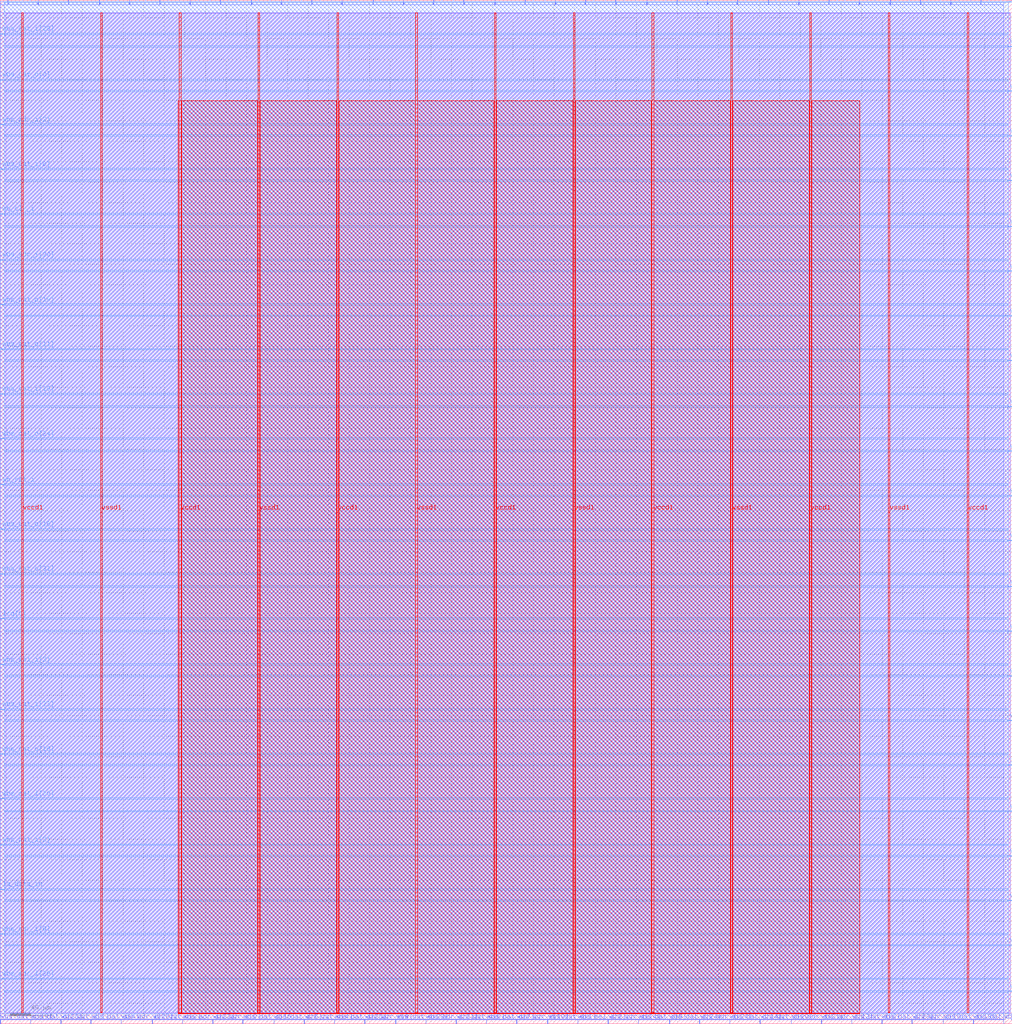
<source format=lef>
VERSION 5.7 ;
  NOWIREEXTENSIONATPIN ON ;
  DIVIDERCHAR "/" ;
  BUSBITCHARS "[]" ;
MACRO subservient_wrapped
  CLASS BLOCK ;
  FOREIGN subservient_wrapped ;
  ORIGIN 0.000 0.000 ;
  SIZE 986.560 BY 997.280 ;
  PIN io_oeb
    DIRECTION OUTPUT TRISTATE ;
    USE SIGNAL ;
    PORT
      LAYER met3 ;
        RECT 982.560 251.640 986.560 252.240 ;
    END
  END io_oeb
  PIN io_out
    DIRECTION OUTPUT TRISTATE ;
    USE SIGNAL ;
    PORT
      LAYER met2 ;
        RECT 451.810 993.280 452.090 997.280 ;
    END
  END io_out
  PIN irq[0]
    DIRECTION OUTPUT TRISTATE ;
    USE SIGNAL ;
    PORT
      LAYER met3 ;
        RECT 0.000 394.440 4.000 395.040 ;
    END
  END irq[0]
  PIN irq[1]
    DIRECTION OUTPUT TRISTATE ;
    USE SIGNAL ;
    PORT
      LAYER met2 ;
        RECT 659.730 993.280 660.010 997.280 ;
    END
  END irq[1]
  PIN irq[2]
    DIRECTION OUTPUT TRISTATE ;
    USE SIGNAL ;
    PORT
      LAYER met2 ;
        RECT 7.450 993.280 7.730 997.280 ;
    END
  END irq[2]
  PIN la_data_in
    DIRECTION INPUT ;
    USE SIGNAL ;
    PORT
      LAYER met3 ;
        RECT 0.000 130.600 4.000 131.200 ;
    END
  END la_data_in
  PIN vccd1
    DIRECTION INPUT ;
    USE POWER ;
    PORT
      LAYER met4 ;
        RECT 21.040 10.640 22.640 984.880 ;
    END
    PORT
      LAYER met4 ;
        RECT 174.640 10.640 176.240 984.880 ;
    END
    PORT
      LAYER met4 ;
        RECT 328.240 10.640 329.840 984.880 ;
    END
    PORT
      LAYER met4 ;
        RECT 481.840 10.640 483.440 984.880 ;
    END
    PORT
      LAYER met4 ;
        RECT 635.440 10.640 637.040 984.880 ;
    END
    PORT
      LAYER met4 ;
        RECT 789.040 10.640 790.640 984.880 ;
    END
    PORT
      LAYER met4 ;
        RECT 942.640 10.640 944.240 984.880 ;
    END
  END vccd1
  PIN vssd1
    DIRECTION INPUT ;
    USE GROUND ;
    PORT
      LAYER met4 ;
        RECT 97.840 10.640 99.440 984.880 ;
    END
    PORT
      LAYER met4 ;
        RECT 251.440 10.640 253.040 984.880 ;
    END
    PORT
      LAYER met4 ;
        RECT 405.040 10.640 406.640 984.880 ;
    END
    PORT
      LAYER met4 ;
        RECT 558.640 10.640 560.240 984.880 ;
    END
    PORT
      LAYER met4 ;
        RECT 712.240 10.640 713.840 984.880 ;
    END
    PORT
      LAYER met4 ;
        RECT 865.840 10.640 867.440 984.880 ;
    END
  END vssd1
  PIN wb_clk_i
    DIRECTION INPUT ;
    USE SIGNAL ;
    PORT
      LAYER met3 ;
        RECT 0.000 788.840 4.000 789.440 ;
    END
  END wb_clk_i
  PIN wb_rst_i
    DIRECTION INPUT ;
    USE SIGNAL ;
    PORT
      LAYER met3 ;
        RECT 0.000 525.000 4.000 525.600 ;
    END
  END wb_rst_i
  PIN wbs_ack_o
    DIRECTION OUTPUT TRISTATE ;
    USE SIGNAL ;
    PORT
      LAYER met2 ;
        RECT 422.370 993.280 422.650 997.280 ;
    END
  END wbs_ack_o
  PIN wbs_adr_i[0]
    DIRECTION INPUT ;
    USE SIGNAL ;
    PORT
      LAYER met2 ;
        RECT 207.090 0.000 207.370 4.000 ;
    END
  END wbs_adr_i[0]
  PIN wbs_adr_i[10]
    DIRECTION INPUT ;
    USE SIGNAL ;
    PORT
      LAYER met2 ;
        RECT 503.330 0.000 503.610 4.000 ;
    END
  END wbs_adr_i[10]
  PIN wbs_adr_i[11]
    DIRECTION INPUT ;
    USE SIGNAL ;
    PORT
      LAYER met2 ;
        RECT 897.090 993.280 897.370 997.280 ;
    END
  END wbs_adr_i[11]
  PIN wbs_adr_i[12]
    DIRECTION INPUT ;
    USE SIGNAL ;
    PORT
      LAYER met2 ;
        RECT 800.490 0.000 800.770 4.000 ;
    END
  END wbs_adr_i[12]
  PIN wbs_adr_i[13]
    DIRECTION INPUT ;
    USE SIGNAL ;
    PORT
      LAYER met3 ;
        RECT 982.560 865.000 986.560 865.600 ;
    END
  END wbs_adr_i[13]
  PIN wbs_adr_i[14]
    DIRECTION INPUT ;
    USE SIGNAL ;
    PORT
      LAYER met2 ;
        RECT 592.570 0.000 592.850 4.000 ;
    END
  END wbs_adr_i[14]
  PIN wbs_adr_i[15]
    DIRECTION INPUT ;
    USE SIGNAL ;
    PORT
      LAYER met2 ;
        RECT 888.810 0.000 889.090 4.000 ;
    END
  END wbs_adr_i[15]
  PIN wbs_adr_i[16]
    DIRECTION INPUT ;
    USE SIGNAL ;
    PORT
      LAYER met3 ;
        RECT 982.560 776.600 986.560 777.200 ;
    END
  END wbs_adr_i[16]
  PIN wbs_adr_i[17]
    DIRECTION INPUT ;
    USE SIGNAL ;
    PORT
      LAYER met2 ;
        RECT 570.490 993.280 570.770 997.280 ;
    END
  END wbs_adr_i[17]
  PIN wbs_adr_i[18]
    DIRECTION INPUT ;
    USE SIGNAL ;
    PORT
      LAYER met2 ;
        RECT 274.250 993.280 274.530 997.280 ;
    END
  END wbs_adr_i[18]
  PIN wbs_adr_i[19]
    DIRECTION INPUT ;
    USE SIGNAL ;
    PORT
      LAYER met3 ;
        RECT 982.560 908.520 986.560 909.120 ;
    END
  END wbs_adr_i[19]
  PIN wbs_adr_i[1]
    DIRECTION INPUT ;
    USE SIGNAL ;
    PORT
      LAYER met2 ;
        RECT 363.490 993.280 363.770 997.280 ;
    END
  END wbs_adr_i[1]
  PIN wbs_adr_i[20]
    DIRECTION INPUT ;
    USE SIGNAL ;
    PORT
      LAYER met3 ;
        RECT 0.000 743.960 4.000 744.560 ;
    END
  END wbs_adr_i[20]
  PIN wbs_adr_i[21]
    DIRECTION INPUT ;
    USE SIGNAL ;
    PORT
      LAYER met2 ;
        RECT 771.050 0.000 771.330 4.000 ;
    END
  END wbs_adr_i[21]
  PIN wbs_adr_i[22]
    DIRECTION INPUT ;
    USE SIGNAL ;
    PORT
      LAYER met2 ;
        RECT 177.650 0.000 177.930 4.000 ;
    END
  END wbs_adr_i[22]
  PIN wbs_adr_i[23]
    DIRECTION INPUT ;
    USE SIGNAL ;
    PORT
      LAYER met2 ;
        RECT 599.930 993.280 600.210 997.280 ;
    END
  END wbs_adr_i[23]
  PIN wbs_adr_i[24]
    DIRECTION INPUT ;
    USE SIGNAL ;
    PORT
      LAYER met2 ;
        RECT 681.810 0.000 682.090 4.000 ;
    END
  END wbs_adr_i[24]
  PIN wbs_adr_i[25]
    DIRECTION INPUT ;
    USE SIGNAL ;
    PORT
      LAYER met2 ;
        RECT 117.850 0.000 118.130 4.000 ;
    END
  END wbs_adr_i[25]
  PIN wbs_adr_i[26]
    DIRECTION INPUT ;
    USE SIGNAL ;
    PORT
      LAYER met2 ;
        RECT 511.610 993.280 511.890 997.280 ;
    END
  END wbs_adr_i[26]
  PIN wbs_adr_i[27]
    DIRECTION INPUT ;
    USE SIGNAL ;
    PORT
      LAYER met3 ;
        RECT 982.560 76.200 986.560 76.800 ;
    END
  END wbs_adr_i[27]
  PIN wbs_adr_i[28]
    DIRECTION INPUT ;
    USE SIGNAL ;
    PORT
      LAYER met3 ;
        RECT 0.000 43.560 4.000 44.160 ;
    END
  END wbs_adr_i[28]
  PIN wbs_adr_i[29]
    DIRECTION INPUT ;
    USE SIGNAL ;
    PORT
      LAYER met2 ;
        RECT 126.130 993.280 126.410 997.280 ;
    END
  END wbs_adr_i[29]
  PIN wbs_adr_i[2]
    DIRECTION INPUT ;
    USE SIGNAL ;
    PORT
      LAYER met3 ;
        RECT 0.000 875.880 4.000 876.480 ;
    END
  END wbs_adr_i[2]
  PIN wbs_adr_i[30]
    DIRECTION INPUT ;
    USE SIGNAL ;
    PORT
      LAYER met2 ;
        RECT 837.290 993.280 837.570 997.280 ;
    END
  END wbs_adr_i[30]
  PIN wbs_adr_i[31]
    DIRECTION INPUT ;
    USE SIGNAL ;
    PORT
      LAYER met2 ;
        RECT 415.010 0.000 415.290 4.000 ;
    END
  END wbs_adr_i[31]
  PIN wbs_adr_i[3]
    DIRECTION INPUT ;
    USE SIGNAL ;
    PORT
      LAYER met3 ;
        RECT 982.560 119.720 986.560 120.320 ;
    END
  END wbs_adr_i[3]
  PIN wbs_adr_i[4]
    DIRECTION INPUT ;
    USE SIGNAL ;
    PORT
      LAYER met3 ;
        RECT 982.560 821.480 986.560 822.080 ;
    END
  END wbs_adr_i[4]
  PIN wbs_adr_i[5]
    DIRECTION INPUT ;
    USE SIGNAL ;
    PORT
      LAYER met3 ;
        RECT 982.560 689.560 986.560 690.160 ;
    END
  END wbs_adr_i[5]
  PIN wbs_adr_i[6]
    DIRECTION INPUT ;
    USE SIGNAL ;
    PORT
      LAYER met3 ;
        RECT 982.560 601.160 986.560 601.760 ;
    END
  END wbs_adr_i[6]
  PIN wbs_adr_i[7]
    DIRECTION INPUT ;
    USE SIGNAL ;
    PORT
      LAYER met3 ;
        RECT 982.560 557.640 986.560 558.240 ;
    END
  END wbs_adr_i[7]
  PIN wbs_adr_i[8]
    DIRECTION INPUT ;
    USE SIGNAL ;
    PORT
      LAYER met2 ;
        RECT 355.210 0.000 355.490 4.000 ;
    END
  END wbs_adr_i[8]
  PIN wbs_adr_i[9]
    DIRECTION INPUT ;
    USE SIGNAL ;
    PORT
      LAYER met3 ;
        RECT 0.000 87.080 4.000 87.680 ;
    END
  END wbs_adr_i[9]
  PIN wbs_cyc_i
    DIRECTION INPUT ;
    USE SIGNAL ;
    PORT
      LAYER met3 ;
        RECT 982.560 952.040 986.560 952.640 ;
    END
  END wbs_cyc_i
  PIN wbs_dat_i[0]
    DIRECTION INPUT ;
    USE SIGNAL ;
    PORT
      LAYER met3 ;
        RECT 0.000 832.360 4.000 832.960 ;
    END
  END wbs_dat_i[0]
  PIN wbs_dat_i[10]
    DIRECTION INPUT ;
    USE SIGNAL ;
    PORT
      LAYER met2 ;
        RECT 541.050 993.280 541.330 997.280 ;
    END
  END wbs_dat_i[10]
  PIN wbs_dat_i[11]
    DIRECTION INPUT ;
    USE SIGNAL ;
    PORT
      LAYER met3 ;
        RECT 982.560 382.200 986.560 382.800 ;
    END
  END wbs_dat_i[11]
  PIN wbs_dat_i[12]
    DIRECTION INPUT ;
    USE SIGNAL ;
    PORT
      LAYER met3 ;
        RECT 982.560 425.720 986.560 426.320 ;
    END
  END wbs_dat_i[12]
  PIN wbs_dat_i[13]
    DIRECTION INPUT ;
    USE SIGNAL ;
    PORT
      LAYER met2 ;
        RECT 392.930 993.280 393.210 997.280 ;
    END
  END wbs_dat_i[13]
  PIN wbs_dat_i[14]
    DIRECTION INPUT ;
    USE SIGNAL ;
    PORT
      LAYER met2 ;
        RECT 630.290 993.280 630.570 997.280 ;
    END
  END wbs_dat_i[14]
  PIN wbs_dat_i[15]
    DIRECTION INPUT ;
    USE SIGNAL ;
    PORT
      LAYER met2 ;
        RECT 926.530 993.280 926.810 997.280 ;
    END
  END wbs_dat_i[15]
  PIN wbs_dat_i[16]
    DIRECTION INPUT ;
    USE SIGNAL ;
    PORT
      LAYER met2 ;
        RECT 236.530 0.000 236.810 4.000 ;
    END
  END wbs_dat_i[16]
  PIN wbs_dat_i[17]
    DIRECTION INPUT ;
    USE SIGNAL ;
    PORT
      LAYER met3 ;
        RECT 982.560 31.320 986.560 31.920 ;
    END
  END wbs_dat_i[17]
  PIN wbs_dat_i[18]
    DIRECTION INPUT ;
    USE SIGNAL ;
    PORT
      LAYER met2 ;
        RECT 919.170 0.000 919.450 4.000 ;
    END
  END wbs_dat_i[18]
  PIN wbs_dat_i[19]
    DIRECTION INPUT ;
    USE SIGNAL ;
    PORT
      LAYER met3 ;
        RECT 0.000 613.400 4.000 614.000 ;
    END
  END wbs_dat_i[19]
  PIN wbs_dat_i[1]
    DIRECTION INPUT ;
    USE SIGNAL ;
    PORT
      LAYER met2 ;
        RECT 58.970 0.000 59.250 4.000 ;
    END
  END wbs_dat_i[1]
  PIN wbs_dat_i[20]
    DIRECTION INPUT ;
    USE SIGNAL ;
    PORT
      LAYER met2 ;
        RECT 740.690 0.000 740.970 4.000 ;
    END
  END wbs_dat_i[20]
  PIN wbs_dat_i[21]
    DIRECTION INPUT ;
    USE SIGNAL ;
    PORT
      LAYER met2 ;
        RECT 978.050 0.000 978.330 4.000 ;
    END
  END wbs_dat_i[21]
  PIN wbs_dat_i[22]
    DIRECTION INPUT ;
    USE SIGNAL ;
    PORT
      LAYER met3 ;
        RECT 982.560 995.560 986.560 996.160 ;
    END
  END wbs_dat_i[22]
  PIN wbs_dat_i[23]
    DIRECTION INPUT ;
    USE SIGNAL ;
    PORT
      LAYER met3 ;
        RECT 0.000 306.040 4.000 306.640 ;
    END
  END wbs_dat_i[23]
  PIN wbs_dat_i[24]
    DIRECTION INPUT ;
    USE SIGNAL ;
    PORT
      LAYER met2 ;
        RECT 652.370 0.000 652.650 4.000 ;
    END
  END wbs_dat_i[24]
  PIN wbs_dat_i[25]
    DIRECTION INPUT ;
    USE SIGNAL ;
    PORT
      LAYER met2 ;
        RECT 325.770 0.000 326.050 4.000 ;
    END
  END wbs_dat_i[25]
  PIN wbs_dat_i[26]
    DIRECTION INPUT ;
    USE SIGNAL ;
    PORT
      LAYER met3 ;
        RECT 982.560 163.240 986.560 163.840 ;
    END
  END wbs_dat_i[26]
  PIN wbs_dat_i[27]
    DIRECTION INPUT ;
    USE SIGNAL ;
    PORT
      LAYER met2 ;
        RECT 333.130 993.280 333.410 997.280 ;
    END
  END wbs_dat_i[27]
  PIN wbs_dat_i[28]
    DIRECTION INPUT ;
    USE SIGNAL ;
    PORT
      LAYER met3 ;
        RECT 0.000 964.280 4.000 964.880 ;
    END
  END wbs_dat_i[28]
  PIN wbs_dat_i[29]
    DIRECTION INPUT ;
    USE SIGNAL ;
    PORT
      LAYER met2 ;
        RECT 859.370 0.000 859.650 4.000 ;
    END
  END wbs_dat_i[29]
  PIN wbs_dat_i[2]
    DIRECTION INPUT ;
    USE SIGNAL ;
    PORT
      LAYER met2 ;
        RECT 96.690 993.280 96.970 997.280 ;
    END
  END wbs_dat_i[2]
  PIN wbs_dat_i[30]
    DIRECTION INPUT ;
    USE SIGNAL ;
    PORT
      LAYER met3 ;
        RECT 0.000 219.000 4.000 219.600 ;
    END
  END wbs_dat_i[30]
  PIN wbs_dat_i[31]
    DIRECTION INPUT ;
    USE SIGNAL ;
    PORT
      LAYER met2 ;
        RECT 718.610 993.280 718.890 997.280 ;
    END
  END wbs_dat_i[31]
  PIN wbs_dat_i[3]
    DIRECTION INPUT ;
    USE SIGNAL ;
    PORT
      LAYER met3 ;
        RECT 0.000 174.120 4.000 174.720 ;
    END
  END wbs_dat_i[3]
  PIN wbs_dat_i[4]
    DIRECTION INPUT ;
    USE SIGNAL ;
    PORT
      LAYER met2 ;
        RECT 88.410 0.000 88.690 4.000 ;
    END
  END wbs_dat_i[4]
  PIN wbs_dat_i[5]
    DIRECTION INPUT ;
    USE SIGNAL ;
    PORT
      LAYER met2 ;
        RECT 266.890 0.000 267.170 4.000 ;
    END
  END wbs_dat_i[5]
  PIN wbs_dat_i[6]
    DIRECTION INPUT ;
    USE SIGNAL ;
    PORT
      LAYER met2 ;
        RECT 829.930 0.000 830.210 4.000 ;
    END
  END wbs_dat_i[6]
  PIN wbs_dat_i[7]
    DIRECTION INPUT ;
    USE SIGNAL ;
    PORT
      LAYER met3 ;
        RECT 982.560 470.600 986.560 471.200 ;
    END
  END wbs_dat_i[7]
  PIN wbs_dat_i[8]
    DIRECTION INPUT ;
    USE SIGNAL ;
    PORT
      LAYER met3 ;
        RECT 982.560 206.760 986.560 207.360 ;
    END
  END wbs_dat_i[8]
  PIN wbs_dat_i[9]
    DIRECTION INPUT ;
    USE SIGNAL ;
    PORT
      LAYER met2 ;
        RECT 622.010 0.000 622.290 4.000 ;
    END
  END wbs_dat_i[9]
  PIN wbs_dat_o[0]
    DIRECTION OUTPUT TRISTATE ;
    USE SIGNAL ;
    PORT
      LAYER met3 ;
        RECT 0.000 919.400 4.000 920.000 ;
    END
  END wbs_dat_o[0]
  PIN wbs_dat_o[10]
    DIRECTION OUTPUT TRISTATE ;
    USE SIGNAL ;
    PORT
      LAYER met3 ;
        RECT 0.000 700.440 4.000 701.040 ;
    END
  END wbs_dat_o[10]
  PIN wbs_dat_o[11]
    DIRECTION OUTPUT TRISTATE ;
    USE SIGNAL ;
    PORT
      LAYER met3 ;
        RECT 0.000 656.920 4.000 657.520 ;
    END
  END wbs_dat_o[11]
  PIN wbs_dat_o[12]
    DIRECTION OUTPUT TRISTATE ;
    USE SIGNAL ;
    PORT
      LAYER met3 ;
        RECT 982.560 295.160 986.560 295.760 ;
    END
  END wbs_dat_o[12]
  PIN wbs_dat_o[13]
    DIRECTION OUTPUT TRISTATE ;
    USE SIGNAL ;
    PORT
      LAYER met3 ;
        RECT 982.560 646.040 986.560 646.640 ;
    END
  END wbs_dat_o[13]
  PIN wbs_dat_o[14]
    DIRECTION OUTPUT TRISTATE ;
    USE SIGNAL ;
    PORT
      LAYER met2 ;
        RECT 711.250 0.000 711.530 4.000 ;
    END
  END wbs_dat_o[14]
  PIN wbs_dat_o[15]
    DIRECTION OUTPUT TRISTATE ;
    USE SIGNAL ;
    PORT
      LAYER met3 ;
        RECT 982.560 733.080 986.560 733.680 ;
    END
  END wbs_dat_o[15]
  PIN wbs_dat_o[16]
    DIRECTION OUTPUT TRISTATE ;
    USE SIGNAL ;
    PORT
      LAYER met3 ;
        RECT 0.000 262.520 4.000 263.120 ;
    END
  END wbs_dat_o[16]
  PIN wbs_dat_o[17]
    DIRECTION OUTPUT TRISTATE ;
    USE SIGNAL ;
    PORT
      LAYER met2 ;
        RECT 214.450 993.280 214.730 997.280 ;
    END
  END wbs_dat_o[17]
  PIN wbs_dat_o[18]
    DIRECTION OUTPUT TRISTATE ;
    USE SIGNAL ;
    PORT
      LAYER met3 ;
        RECT 0.000 481.480 4.000 482.080 ;
    END
  END wbs_dat_o[18]
  PIN wbs_dat_o[19]
    DIRECTION OUTPUT TRISTATE ;
    USE SIGNAL ;
    PORT
      LAYER met2 ;
        RECT 0.090 0.000 0.370 4.000 ;
    END
  END wbs_dat_o[19]
  PIN wbs_dat_o[1]
    DIRECTION OUTPUT TRISTATE ;
    USE SIGNAL ;
    PORT
      LAYER met2 ;
        RECT 533.690 0.000 533.970 4.000 ;
    END
  END wbs_dat_o[1]
  PIN wbs_dat_o[20]
    DIRECTION OUTPUT TRISTATE ;
    USE SIGNAL ;
    PORT
      LAYER met2 ;
        RECT 244.810 993.280 245.090 997.280 ;
    END
  END wbs_dat_o[20]
  PIN wbs_dat_o[21]
    DIRECTION OUTPUT TRISTATE ;
    USE SIGNAL ;
    PORT
      LAYER met2 ;
        RECT 482.170 993.280 482.450 997.280 ;
    END
  END wbs_dat_o[21]
  PIN wbs_dat_o[22]
    DIRECTION OUTPUT TRISTATE ;
    USE SIGNAL ;
    PORT
      LAYER met2 ;
        RECT 748.970 993.280 749.250 997.280 ;
    END
  END wbs_dat_o[22]
  PIN wbs_dat_o[23]
    DIRECTION OUTPUT TRISTATE ;
    USE SIGNAL ;
    PORT
      LAYER met2 ;
        RECT 66.330 993.280 66.610 997.280 ;
    END
  END wbs_dat_o[23]
  PIN wbs_dat_o[24]
    DIRECTION OUTPUT TRISTATE ;
    USE SIGNAL ;
    PORT
      LAYER met3 ;
        RECT 0.000 569.880 4.000 570.480 ;
    END
  END wbs_dat_o[24]
  PIN wbs_dat_o[25]
    DIRECTION OUTPUT TRISTATE ;
    USE SIGNAL ;
    PORT
      LAYER met2 ;
        RECT 29.530 0.000 29.810 4.000 ;
    END
  END wbs_dat_o[25]
  PIN wbs_dat_o[26]
    DIRECTION OUTPUT TRISTATE ;
    USE SIGNAL ;
    PORT
      LAYER met2 ;
        RECT 867.650 993.280 867.930 997.280 ;
    END
  END wbs_dat_o[26]
  PIN wbs_dat_o[27]
    DIRECTION OUTPUT TRISTATE ;
    USE SIGNAL ;
    PORT
      LAYER met2 ;
        RECT 689.170 993.280 689.450 997.280 ;
    END
  END wbs_dat_o[27]
  PIN wbs_dat_o[28]
    DIRECTION OUTPUT TRISTATE ;
    USE SIGNAL ;
    PORT
      LAYER met2 ;
        RECT 385.570 0.000 385.850 4.000 ;
    END
  END wbs_dat_o[28]
  PIN wbs_dat_o[29]
    DIRECTION OUTPUT TRISTATE ;
    USE SIGNAL ;
    PORT
      LAYER met2 ;
        RECT 955.970 993.280 956.250 997.280 ;
    END
  END wbs_dat_o[29]
  PIN wbs_dat_o[2]
    DIRECTION OUTPUT TRISTATE ;
    USE SIGNAL ;
    PORT
      LAYER met2 ;
        RECT 948.610 0.000 948.890 4.000 ;
    END
  END wbs_dat_o[2]
  PIN wbs_dat_o[30]
    DIRECTION OUTPUT TRISTATE ;
    USE SIGNAL ;
    PORT
      LAYER met2 ;
        RECT 155.570 993.280 155.850 997.280 ;
    END
  END wbs_dat_o[30]
  PIN wbs_dat_o[31]
    DIRECTION OUTPUT TRISTATE ;
    USE SIGNAL ;
    PORT
      LAYER met3 ;
        RECT 0.000 437.960 4.000 438.560 ;
    END
  END wbs_dat_o[31]
  PIN wbs_dat_o[3]
    DIRECTION OUTPUT TRISTATE ;
    USE SIGNAL ;
    PORT
      LAYER met2 ;
        RECT 148.210 0.000 148.490 4.000 ;
    END
  END wbs_dat_o[3]
  PIN wbs_dat_o[4]
    DIRECTION OUTPUT TRISTATE ;
    USE SIGNAL ;
    PORT
      LAYER met2 ;
        RECT 296.330 0.000 296.610 4.000 ;
    END
  END wbs_dat_o[4]
  PIN wbs_dat_o[5]
    DIRECTION OUTPUT TRISTATE ;
    USE SIGNAL ;
    PORT
      LAYER met2 ;
        RECT 444.450 0.000 444.730 4.000 ;
    END
  END wbs_dat_o[5]
  PIN wbs_dat_o[6]
    DIRECTION OUTPUT TRISTATE ;
    USE SIGNAL ;
    PORT
      LAYER met3 ;
        RECT 982.560 514.120 986.560 514.720 ;
    END
  END wbs_dat_o[6]
  PIN wbs_dat_o[7]
    DIRECTION OUTPUT TRISTATE ;
    USE SIGNAL ;
    PORT
      LAYER met2 ;
        RECT 473.890 0.000 474.170 4.000 ;
    END
  END wbs_dat_o[7]
  PIN wbs_dat_o[8]
    DIRECTION OUTPUT TRISTATE ;
    USE SIGNAL ;
    PORT
      LAYER met2 ;
        RECT 807.850 993.280 808.130 997.280 ;
    END
  END wbs_dat_o[8]
  PIN wbs_dat_o[9]
    DIRECTION OUTPUT TRISTATE ;
    USE SIGNAL ;
    PORT
      LAYER met2 ;
        RECT 778.410 993.280 778.690 997.280 ;
    END
  END wbs_dat_o[9]
  PIN wbs_sel_i[0]
    DIRECTION INPUT ;
    USE SIGNAL ;
    PORT
      LAYER met2 ;
        RECT 185.010 993.280 185.290 997.280 ;
    END
  END wbs_sel_i[0]
  PIN wbs_sel_i[1]
    DIRECTION INPUT ;
    USE SIGNAL ;
    PORT
      LAYER met2 ;
        RECT 303.690 993.280 303.970 997.280 ;
    END
  END wbs_sel_i[1]
  PIN wbs_sel_i[2]
    DIRECTION INPUT ;
    USE SIGNAL ;
    PORT
      LAYER met2 ;
        RECT 563.130 0.000 563.410 4.000 ;
    END
  END wbs_sel_i[2]
  PIN wbs_sel_i[3]
    DIRECTION INPUT ;
    USE SIGNAL ;
    PORT
      LAYER met3 ;
        RECT 0.000 349.560 4.000 350.160 ;
    END
  END wbs_sel_i[3]
  PIN wbs_stb_i
    DIRECTION INPUT ;
    USE SIGNAL ;
    PORT
      LAYER met2 ;
        RECT 36.890 993.280 37.170 997.280 ;
    END
  END wbs_stb_i
  PIN wbs_we_i
    DIRECTION INPUT ;
    USE SIGNAL ;
    PORT
      LAYER met3 ;
        RECT 982.560 338.680 986.560 339.280 ;
    END
  END wbs_we_i
  OBS
      LAYER li1 ;
        RECT 5.520 10.795 984.715 984.725 ;
      LAYER met1 ;
        RECT 0.070 9.900 984.775 984.880 ;
      LAYER met2 ;
        RECT 0.100 993.000 7.170 996.045 ;
        RECT 8.010 993.000 36.610 996.045 ;
        RECT 37.450 993.000 66.050 996.045 ;
        RECT 66.890 993.000 96.410 996.045 ;
        RECT 97.250 993.000 125.850 996.045 ;
        RECT 126.690 993.000 155.290 996.045 ;
        RECT 156.130 993.000 184.730 996.045 ;
        RECT 185.570 993.000 214.170 996.045 ;
        RECT 215.010 993.000 244.530 996.045 ;
        RECT 245.370 993.000 273.970 996.045 ;
        RECT 274.810 993.000 303.410 996.045 ;
        RECT 304.250 993.000 332.850 996.045 ;
        RECT 333.690 993.000 363.210 996.045 ;
        RECT 364.050 993.000 392.650 996.045 ;
        RECT 393.490 993.000 422.090 996.045 ;
        RECT 422.930 993.000 451.530 996.045 ;
        RECT 452.370 993.000 481.890 996.045 ;
        RECT 482.730 993.000 511.330 996.045 ;
        RECT 512.170 993.000 540.770 996.045 ;
        RECT 541.610 993.000 570.210 996.045 ;
        RECT 571.050 993.000 599.650 996.045 ;
        RECT 600.490 993.000 630.010 996.045 ;
        RECT 630.850 993.000 659.450 996.045 ;
        RECT 660.290 993.000 688.890 996.045 ;
        RECT 689.730 993.000 718.330 996.045 ;
        RECT 719.170 993.000 748.690 996.045 ;
        RECT 749.530 993.000 778.130 996.045 ;
        RECT 778.970 993.000 807.570 996.045 ;
        RECT 808.410 993.000 837.010 996.045 ;
        RECT 837.850 993.000 867.370 996.045 ;
        RECT 868.210 993.000 896.810 996.045 ;
        RECT 897.650 993.000 926.250 996.045 ;
        RECT 927.090 993.000 955.690 996.045 ;
        RECT 956.530 993.000 978.320 996.045 ;
        RECT 0.100 4.280 978.320 993.000 ;
        RECT 0.650 4.000 29.250 4.280 ;
        RECT 30.090 4.000 58.690 4.280 ;
        RECT 59.530 4.000 88.130 4.280 ;
        RECT 88.970 4.000 117.570 4.280 ;
        RECT 118.410 4.000 147.930 4.280 ;
        RECT 148.770 4.000 177.370 4.280 ;
        RECT 178.210 4.000 206.810 4.280 ;
        RECT 207.650 4.000 236.250 4.280 ;
        RECT 237.090 4.000 266.610 4.280 ;
        RECT 267.450 4.000 296.050 4.280 ;
        RECT 296.890 4.000 325.490 4.280 ;
        RECT 326.330 4.000 354.930 4.280 ;
        RECT 355.770 4.000 385.290 4.280 ;
        RECT 386.130 4.000 414.730 4.280 ;
        RECT 415.570 4.000 444.170 4.280 ;
        RECT 445.010 4.000 473.610 4.280 ;
        RECT 474.450 4.000 503.050 4.280 ;
        RECT 503.890 4.000 533.410 4.280 ;
        RECT 534.250 4.000 562.850 4.280 ;
        RECT 563.690 4.000 592.290 4.280 ;
        RECT 593.130 4.000 621.730 4.280 ;
        RECT 622.570 4.000 652.090 4.280 ;
        RECT 652.930 4.000 681.530 4.280 ;
        RECT 682.370 4.000 710.970 4.280 ;
        RECT 711.810 4.000 740.410 4.280 ;
        RECT 741.250 4.000 770.770 4.280 ;
        RECT 771.610 4.000 800.210 4.280 ;
        RECT 801.050 4.000 829.650 4.280 ;
        RECT 830.490 4.000 859.090 4.280 ;
        RECT 859.930 4.000 888.530 4.280 ;
        RECT 889.370 4.000 918.890 4.280 ;
        RECT 919.730 4.000 948.330 4.280 ;
        RECT 949.170 4.000 977.770 4.280 ;
      LAYER met3 ;
        RECT 4.000 995.160 982.160 996.025 ;
        RECT 4.000 965.280 982.560 995.160 ;
        RECT 4.400 963.880 982.560 965.280 ;
        RECT 4.000 953.040 982.560 963.880 ;
        RECT 4.000 951.640 982.160 953.040 ;
        RECT 4.000 920.400 982.560 951.640 ;
        RECT 4.400 919.000 982.560 920.400 ;
        RECT 4.000 909.520 982.560 919.000 ;
        RECT 4.000 908.120 982.160 909.520 ;
        RECT 4.000 876.880 982.560 908.120 ;
        RECT 4.400 875.480 982.560 876.880 ;
        RECT 4.000 866.000 982.560 875.480 ;
        RECT 4.000 864.600 982.160 866.000 ;
        RECT 4.000 833.360 982.560 864.600 ;
        RECT 4.400 831.960 982.560 833.360 ;
        RECT 4.000 822.480 982.560 831.960 ;
        RECT 4.000 821.080 982.160 822.480 ;
        RECT 4.000 789.840 982.560 821.080 ;
        RECT 4.400 788.440 982.560 789.840 ;
        RECT 4.000 777.600 982.560 788.440 ;
        RECT 4.000 776.200 982.160 777.600 ;
        RECT 4.000 744.960 982.560 776.200 ;
        RECT 4.400 743.560 982.560 744.960 ;
        RECT 4.000 734.080 982.560 743.560 ;
        RECT 4.000 732.680 982.160 734.080 ;
        RECT 4.000 701.440 982.560 732.680 ;
        RECT 4.400 700.040 982.560 701.440 ;
        RECT 4.000 690.560 982.560 700.040 ;
        RECT 4.000 689.160 982.160 690.560 ;
        RECT 4.000 657.920 982.560 689.160 ;
        RECT 4.400 656.520 982.560 657.920 ;
        RECT 4.000 647.040 982.560 656.520 ;
        RECT 4.000 645.640 982.160 647.040 ;
        RECT 4.000 614.400 982.560 645.640 ;
        RECT 4.400 613.000 982.560 614.400 ;
        RECT 4.000 602.160 982.560 613.000 ;
        RECT 4.000 600.760 982.160 602.160 ;
        RECT 4.000 570.880 982.560 600.760 ;
        RECT 4.400 569.480 982.560 570.880 ;
        RECT 4.000 558.640 982.560 569.480 ;
        RECT 4.000 557.240 982.160 558.640 ;
        RECT 4.000 526.000 982.560 557.240 ;
        RECT 4.400 524.600 982.560 526.000 ;
        RECT 4.000 515.120 982.560 524.600 ;
        RECT 4.000 513.720 982.160 515.120 ;
        RECT 4.000 482.480 982.560 513.720 ;
        RECT 4.400 481.080 982.560 482.480 ;
        RECT 4.000 471.600 982.560 481.080 ;
        RECT 4.000 470.200 982.160 471.600 ;
        RECT 4.000 438.960 982.560 470.200 ;
        RECT 4.400 437.560 982.560 438.960 ;
        RECT 4.000 426.720 982.560 437.560 ;
        RECT 4.000 425.320 982.160 426.720 ;
        RECT 4.000 395.440 982.560 425.320 ;
        RECT 4.400 394.040 982.560 395.440 ;
        RECT 4.000 383.200 982.560 394.040 ;
        RECT 4.000 381.800 982.160 383.200 ;
        RECT 4.000 350.560 982.560 381.800 ;
        RECT 4.400 349.160 982.560 350.560 ;
        RECT 4.000 339.680 982.560 349.160 ;
        RECT 4.000 338.280 982.160 339.680 ;
        RECT 4.000 307.040 982.560 338.280 ;
        RECT 4.400 305.640 982.560 307.040 ;
        RECT 4.000 296.160 982.560 305.640 ;
        RECT 4.000 294.760 982.160 296.160 ;
        RECT 4.000 263.520 982.560 294.760 ;
        RECT 4.400 262.120 982.560 263.520 ;
        RECT 4.000 252.640 982.560 262.120 ;
        RECT 4.000 251.240 982.160 252.640 ;
        RECT 4.000 220.000 982.560 251.240 ;
        RECT 4.400 218.600 982.560 220.000 ;
        RECT 4.000 207.760 982.560 218.600 ;
        RECT 4.000 206.360 982.160 207.760 ;
        RECT 4.000 175.120 982.560 206.360 ;
        RECT 4.400 173.720 982.560 175.120 ;
        RECT 4.000 164.240 982.560 173.720 ;
        RECT 4.000 162.840 982.160 164.240 ;
        RECT 4.000 131.600 982.560 162.840 ;
        RECT 4.400 130.200 982.560 131.600 ;
        RECT 4.000 120.720 982.560 130.200 ;
        RECT 4.000 119.320 982.160 120.720 ;
        RECT 4.000 88.080 982.560 119.320 ;
        RECT 4.400 86.680 982.560 88.080 ;
        RECT 4.000 77.200 982.560 86.680 ;
        RECT 4.000 75.800 982.160 77.200 ;
        RECT 4.000 44.560 982.560 75.800 ;
        RECT 4.400 43.160 982.560 44.560 ;
        RECT 4.000 32.320 982.560 43.160 ;
        RECT 4.000 30.920 982.160 32.320 ;
        RECT 4.000 9.695 982.560 30.920 ;
      LAYER met4 ;
        RECT 173.255 10.240 174.240 899.465 ;
        RECT 176.640 10.240 251.040 899.465 ;
        RECT 253.440 10.240 327.840 899.465 ;
        RECT 330.240 10.240 404.640 899.465 ;
        RECT 407.040 10.240 481.440 899.465 ;
        RECT 483.840 10.240 558.240 899.465 ;
        RECT 560.640 10.240 635.040 899.465 ;
        RECT 637.440 10.240 711.840 899.465 ;
        RECT 714.240 10.240 788.640 899.465 ;
        RECT 791.040 10.240 837.825 899.465 ;
        RECT 173.255 9.695 837.825 10.240 ;
  END
END subservient_wrapped
END LIBRARY


</source>
